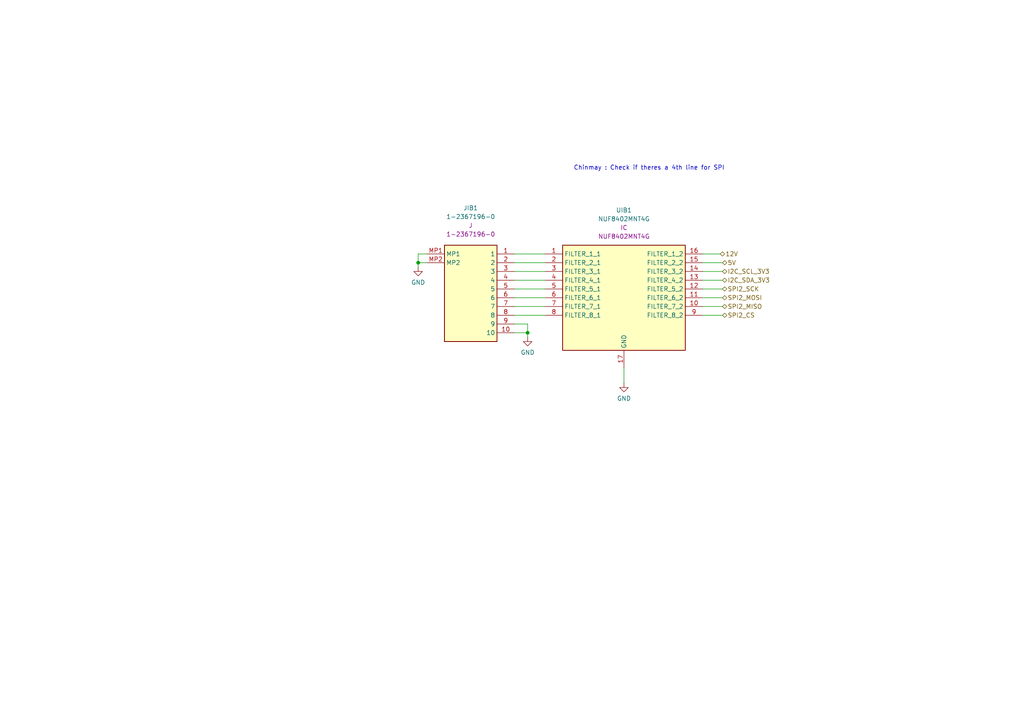
<source format=kicad_sch>
(kicad_sch (version 20211123) (generator eeschema)
  (paper "A4")
  (title_block (title "AOCS BOARD") (company "Parikshit Student Satellite Team"))
  (lib_symbols
    (symbol "1-2367196-0:1-2367196-0"
      (property "Value" "1-2367196-0" (at 0 0 0))
      (property "Reference_1" "J" (at 21.59 7.62 0))
      (property "Value_1" "1-2367196-0" (at 21.59 5.08 0))
      (symbol "1-2367196-0_1_1"
        (rectangle (start 5.08 2.54) (end 20.32 -25.4) (stroke (width 0.254)) (fill (type background)))
        (pin passive line (at 25.4 0 180) (length 5.08) (name "1") (number "1"))
        (pin passive line (at 25.4 -22.86 180) (length 5.08) (name "10") (number "10"))
        (pin passive line (at 25.4 -2.54 180) (length 5.08) (name "2") (number "2"))
        (pin passive line (at 25.4 -5.08 180) (length 5.08) (name "3") (number "3"))
        (pin passive line (at 25.4 -7.62 180) (length 5.08) (name "4") (number "4"))
        (pin passive line (at 25.4 -10.16 180) (length 5.08) (name "5") (number "5"))
        (pin passive line (at 25.4 -12.7 180) (length 5.08) (name "6") (number "6"))
        (pin passive line (at 25.4 -15.24 180) (length 5.08) (name "7") (number "7"))
        (pin passive line (at 25.4 -17.78 180) (length 5.08) (name "8") (number "8"))
        (pin passive line (at 25.4 -20.32 180) (length 5.08) (name "9") (number "9"))
        (pin passive line (at 0 0 0) (length 5.08) (name "MP1") (number "MP1"))
        (pin passive line (at 0 -2.54 0) (length 5.08) (name "MP2") (number "MP2"))
      )
    )
    (symbol "NUF8402MNT4G:NUF8402MNT4G"
      (property "Value" "NUF8402MNT4G" (at 0 0 0))
      (property "Reference_1" "IC" (at 41.91 7.62 0))
      (property "Value_1" "NUF8402MNT4G" (at 41.91 5.08 0))
      (symbol "NUF8402MNT4G_1_1"
        (rectangle (start 5.08 2.54) (end 40.64 -27.94) (stroke (width 0.254)) (fill (type background)))
        (pin passive line (at 0 0 0) (length 5.08) (name "FILTER_1_1") (number "1"))
        (pin passive line (at 45.72 -15.24 180) (length 5.08) (name "FILTER_7_2") (number "10"))
        (pin passive line (at 45.72 -12.7 180) (length 5.08) (name "FILTER_6_2") (number "11"))
        (pin passive line (at 45.72 -10.16 180) (length 5.08) (name "FILTER_5_2") (number "12"))
        (pin passive line (at 45.72 -7.62 180) (length 5.08) (name "FILTER_4_2") (number "13"))
        (pin passive line (at 45.72 -5.08 180) (length 5.08) (name "FILTER_3_2") (number "14"))
        (pin passive line (at 45.72 -2.54 180) (length 5.08) (name "FILTER_2_2") (number "15"))
        (pin passive line (at 45.72 0 180) (length 5.08) (name "FILTER_1_2") (number "16"))
        (pin passive line (at 22.86 -33.02 90) (length 5.08) (name "GND") (number "17"))
        (pin passive line (at 0 -2.54 0) (length 5.08) (name "FILTER_2_1") (number "2"))
        (pin passive line (at 0 -5.08 0) (length 5.08) (name "FILTER_3_1") (number "3"))
        (pin passive line (at 0 -7.62 0) (length 5.08) (name "FILTER_4_1") (number "4"))
        (pin passive line (at 0 -10.16 0) (length 5.08) (name "FILTER_5_1") (number "5"))
        (pin passive line (at 0 -12.7 0) (length 5.08) (name "FILTER_6_1") (number "6"))
        (pin passive line (at 0 -15.24 0) (length 5.08) (name "FILTER_7_1") (number "7"))
        (pin passive line (at 0 -17.78 0) (length 5.08) (name "FILTER_8_1") (number "8"))
        (pin passive line (at 45.72 -17.78 180) (length 5.08) (name "FILTER_8_2") (number "9"))
      )
    )
    (symbol "upsat-comms-hardware:GND" (power) (pin_names (offset 0))
      (property "Value" "GND" (at 0 -3.81 0))
      (symbol "GND_0_1"
        (polyline (pts (xy 0 0) (xy 0 -1.27) (xy 1.27 -1.27) (xy 0 -2.54) (xy -1.27 -1.27) (xy 0 -1.27)))
      )
      (symbol "GND_1_1"
        (pin power_in line (at 0 0 270) (length 0) hide (name "GND") (number "1"))
      )
    )
  )
  (junction (at 121.285 76.2))
  (junction (at 153.035 96.52))
  (wire (pts (xy 203.835 81.28) (xy 209.55 81.28)))
  (wire (pts (xy 149.225 96.52) (xy 153.035 96.52)))
  (wire (pts (xy 203.835 91.44) (xy 209.55 91.44)))
  (wire (pts (xy 121.285 76.2) (xy 121.285 77.47)))
  (wire (pts (xy 203.835 78.74) (xy 209.55 78.74)))
  (wire (pts (xy 153.035 93.98) (xy 153.035 96.52)))
  (wire (pts (xy 149.225 76.2) (xy 158.115 76.2)))
  (wire (pts (xy 149.225 83.82) (xy 158.115 83.82)))
  (wire (pts (xy 149.225 88.9) (xy 158.115 88.9)))
  (wire (pts (xy 149.225 86.36) (xy 158.115 86.36)))
  (wire (pts (xy 149.225 73.66) (xy 158.115 73.66)))
  (wire (pts (xy 149.225 91.44) (xy 158.115 91.44)))
  (wire (pts (xy 180.975 106.68) (xy 180.975 111.125)))
  (wire (pts (xy 153.035 96.52) (xy 153.035 97.79)))
  (wire (pts (xy 203.835 83.82) (xy 209.55 83.82)))
  (wire (pts (xy 149.225 81.28) (xy 158.115 81.28)))
  (wire (pts (xy 123.825 73.66) (xy 121.285 73.66)))
  (wire (pts (xy 121.285 76.2) (xy 123.825 76.2)))
  (wire (pts (xy 203.835 88.9) (xy 209.55 88.9)))
  (wire (pts (xy 121.285 73.66) (xy 121.285 76.2)))
  (wire (pts (xy 203.835 86.36) (xy 209.55 86.36)))
  (wire (pts (xy 149.225 78.74) (xy 158.115 78.74)))
  (wire (pts (xy 149.225 93.98) (xy 153.035 93.98)))
  (wire (pts (xy 203.835 76.2) (xy 209.55 76.2)))
  (wire (pts (xy 203.835 73.66) (xy 208.915 73.66)))
  (text "Chinmay : Check if theres a 4th line for SPI " (at 166.37 49.53 0) (effects (font (size 1.27 1.27)) (justify left bottom)))
  (hierarchical_label "5V" (shape bidirectional) (at 209.55 76.2 0))
  (hierarchical_label "12V" (shape bidirectional) (at 208.915 73.66 0))
  (hierarchical_label "I2C_SCL_3V3" (shape bidirectional) (at 209.55 78.74 0))
  (hierarchical_label "SPI2_MOSI" (shape bidirectional) (at 209.55 86.36 0))
  (hierarchical_label "SPI2_SCK" (shape bidirectional) (at 209.55 83.82 0))
  (hierarchical_label "I2C_SDA_3V3" (shape bidirectional) (at 209.55 81.28 0))
  (hierarchical_label "SPI2_CS" (shape bidirectional) (at 209.55 91.44 0))
  (hierarchical_label "SPI2_MISO" (shape bidirectional) (at 209.55 88.9 0))
  (symbol (lib_id "1-2367196-0:1-2367196-0") (at 123.825 73.66 0) (unit 1)
    (property "Reference" "JIB1" (at 136.525 60.325 0))
    (property "Value" "1-2367196-0" (at 136.525 62.865 0))
    (property "Footprint" "1-2367196-0:123671960" (effects hide))
    (property "Reference_1" "J" (at 136.525 65.405 0))
    (property "Value_1" "1-2367196-0" (at 136.525 67.945 0))
    (property "Footprint_1" "123671960" (effects hide))
    (property "Datasheet_1" "https://www.te.com/commerce/DocumentDelivery/DDEController?Action=showdoc&DocId=Customer+Drawing%7F2367196%7FA%7Fpdf%7FEnglish%7FENG_CD_2367196_A.pdf%7F1-2367196-0" (effects hide))
    (property "Height" "3.65" (effects hide))
    (property "Mouser Part Number" "571-1-2367196-0" (effects hide))
    (property "Mouser Price/Stock" "https://www.mouser.co.uk/ProductDetail/TE-Connectivity/1-2367196-0?qs=sPbYRqrBIVnEArKS36KmYQ%3D%3D" (effects hide))
    (property "Manufacturer_Name" "TE Connectivity" (effects hide))
    (property "Manufacturer_Part_Number" "1-2367196-0" (effects hide))
  )
  (symbol (lib_id "upsat-comms-hardware:GND") (at 121.285 77.47 0) (unit 1)
    (property "Reference" "#PWR0162" (effects hide))
    (property "Value" "GND" (at 121.285 81.915 0))
  )
  (symbol (lib_id "upsat-comms-hardware:GND") (at 153.035 97.79 0) (unit 1)
    (property "Reference" "#PWR0163" (effects hide))
    (property "Value" "GND" (at 153.035 102.235 0))
  )
  (symbol (lib_id "NUF8402MNT4G:NUF8402MNT4G") (at 158.115 73.66 0) (unit 1)
    (property "Reference" "UIB1" (at 180.975 60.96 0))
    (property "Value" "NUF8402MNT4G" (at 180.975 63.5 0))
    (property "Footprint" "NUF8402MNT4G:SON50P160X400X100-17N" (effects hide))
    (property "Reference_1" "IC" (at 180.975 66.04 0))
    (property "Value_1" "NUF8402MNT4G" (at 180.975 68.58 0))
    (property "Footprint_1" "SON50P160X400X100-17N" (effects hide))
    (property "Datasheet_1" "http://www.onsemi.com/pub/Collateral/NUF8402MN-D.PDF" (effects hide))
    (property "Height" "1" (effects hide))
    (property "Mouser Part Number" "863-NUF8402MNT4G" (effects hide))
    (property "Mouser Price/Stock" "https://www.mouser.co.uk/ProductDetail/onsemi/NUF8402MNT4G?qs=ZXBb0xZ9WeBtVbB00WX36A%3D%3D" (effects hide))
    (property "Manufacturer_Name" "onsemi" (effects hide))
    (property "Manufacturer_Part_Number" "NUF8402MNT4G" (effects hide))
  )
  (symbol (lib_id "upsat-comms-hardware:GND") (at 180.975 111.125 0) (unit 1)
    (property "Reference" "#PWR0164" (effects hide))
    (property "Value" "GND" (at 180.975 115.57 0))
  )
)
</source>
